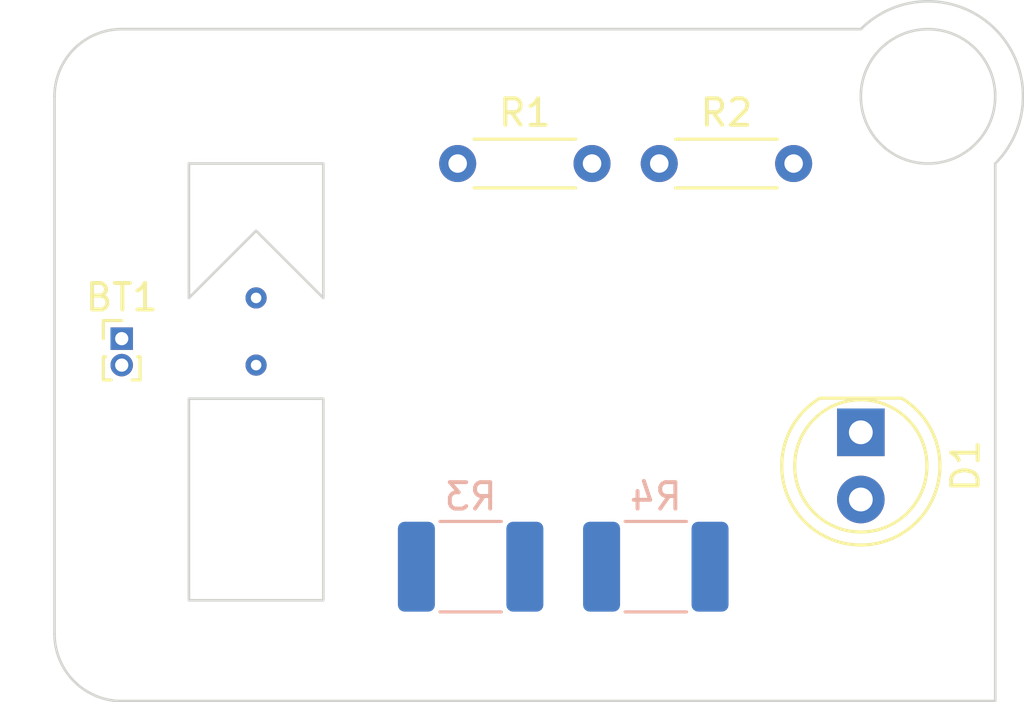
<source format=kicad_pcb>
(kicad_pcb (version 20221018) (generator pcbnew)
  (layers (0 "F.Cu" signal) (31 "B.Cu" signal) (34 "B.Paste" user) (35 "F.Paste" user) (36 "B.SilkS" user "B.Silkscreen") (37 "F.SilkS" user "F.Silkscreen") (38 "B.Mask" user) (39 "F.Mask" user) (44 "Edge.Cuts" user))
  (net 0 "")
  (net 1 "Net-(D1-K)")
  (net 2 "Net-(D1-A)")
  (net 3 "Net-(BT1-+)")
  (net 4 "Net-(R1-Pad2)")
  (net 5 "Net-(BT1--)")
  (net 6 "Net-(R3-Pad2)")
  (footprint "Resistor_THT:R_Axial_DIN0204_L3.6mm_D1.6mm_P5.08mm_Horizontal" (layer "F.Cu") (at 124.46 66.04)
    (fp_text reference "R2" (at 2.54 -1.92) (layer "F.SilkS"))
    (fp_text value "R")
    (fp_line (start 0.62 -0.92) (end 4.46 -0.92) (stroke (width 0.12)) (layer "F.SilkS"))
    (fp_line (start 0.62 0.92) (end 4.46 0.92) (stroke (width 0.12)) (layer "F.SilkS"))
    (pad "1" thru_hole circle (at 0 0) (size 1.4 1.4) (drill 0.7) (layers "*.Cu" "*.Mask") (net 4 "Net-(R1-Pad2)"))
    (pad "2" thru_hole oval (at 5.08 0) (size 1.4 1.4) (drill 0.7) (layers "*.Cu" "*.Mask") (net 2 "Net-(D1-A)"))
  )
  (footprint "LED_THT:LED_D5.0mm" (layer "F.Cu") (at 132.08 76.2 -90)
    (fp_text reference "D1" (at 1.27 -3.96 90) (layer "F.SilkS"))
    (fp_text value "LED")
    (fp_line (start -1.29 -1.545) (end -1.29 1.545) (stroke (width 0.12)) (layer "F.SilkS"))
    (fp_arc (start -1.29 -1.54483) (mid 2.072002 -2.880433) (end 4.26 0.000462) (stroke (width 0.12)) (layer "F.SilkS"))
    (fp_arc (start 4.26 -0.000462) (mid 2.072002 2.880433) (end -1.29 1.54483) (stroke (width 0.12)) (layer "F.SilkS"))
    (fp_circle (center 1.27 0) (end 3.77 0) (stroke (width 0.12)) (fill none) (layer "F.SilkS"))
    (pad "1" thru_hole rect (at 0 0 270) (size 1.8 1.8) (drill 0.9) (layers "*.Cu" "*.Mask") (net 1 "Net-(D1-K)"))
    (pad "2" thru_hole circle (at 2.54 0 270) (size 1.8 1.8) (drill 0.9) (layers "*.Cu" "*.Mask") (net 2 "Net-(D1-A)"))
  )
  (footprint "Resistor_THT:R_Axial_DIN0204_L3.6mm_D1.6mm_P5.08mm_Horizontal" (layer "F.Cu") (at 116.84 66.04)
    (fp_text reference "R1" (at 2.54 -1.92) (layer "F.SilkS"))
    (fp_text value "R")
    (fp_line (start 0.62 -0.92) (end 4.46 -0.92) (stroke (width 0.12)) (layer "F.SilkS"))
    (fp_line (start 0.62 0.92) (end 4.46 0.92) (stroke (width 0.12)) (layer "F.SilkS"))
    (pad "1" thru_hole circle (at 0 0) (size 1.4 1.4) (drill 0.7) (layers "*.Cu" "*.Mask") (net 3 "Net-(BT1-+)"))
    (pad "2" thru_hole oval (at 5.08 0) (size 1.4 1.4) (drill 0.7) (layers "*.Cu" "*.Mask") (net 4 "Net-(R1-Pad2)"))
  )
  (footprint "Connector_PinHeader_1.00mm:PinHeader_1x02_P1.00mm_Vertical" (layer "F.Cu") (at 104.14 72.66)
    (fp_text reference "BT1" (at 0 -1.56) (layer "F.SilkS"))
    (fp_text value "Battery_Cell")
    (fp_line (start -0.695 -0.685) (end 0 -0.685) (stroke (width 0.12)) (layer "F.SilkS"))
    (fp_line (start -0.695 0) (end -0.695 -0.685) (stroke (width 0.12)) (layer "F.SilkS"))
    (fp_line (start -0.695 0.685) (end -0.695 1.56) (stroke (width 0.12)) (layer "F.SilkS"))
    (fp_line (start -0.695 0.685) (end -0.608276 0.685) (stroke (width 0.12)) (layer "F.SilkS"))
    (fp_line (start -0.695 1.56) (end -0.394493 1.56) (stroke (width 0.12)) (layer "F.SilkS"))
    (fp_line (start 0.394493 1.56) (end 0.695 1.56) (stroke (width 0.12)) (layer "F.SilkS"))
    (fp_line (start 0.608276 0.685) (end 0.695 0.685) (stroke (width 0.12)) (layer "F.SilkS"))
    (fp_line (start 0.695 0.685) (end 0.695 1.56) (stroke (width 0.12)) (layer "F.SilkS"))
    (pad "1" thru_hole rect (at 0 0) (size 0.85 0.85) (drill 0.5) (layers "*.Cu" "*.Mask") (net 3 "Net-(BT1-+)"))
    (pad "2" thru_hole oval (at 0 1) (size 0.85 0.85) (drill 0.5) (layers "*.Cu" "*.Mask") (net 5 "Net-(BT1--)"))
  )
  (footprint "Capacitor_SMD:C_1812_4532Metric" (layer "B.Cu") (at 124.33 81.28 180)
    (fp_text reference "R4" (at 0 2.65) (layer "B.SilkS") (effects (justify mirror)))
    (fp_text value "R")
    (fp_line (start -1.161252 -1.71) (end 1.161252 -1.71) (stroke (width 0.12)) (layer "B.SilkS"))
    (fp_line (start -1.161252 1.71) (end 1.161252 1.71) (stroke (width 0.12)) (layer "B.SilkS"))
    (pad "1" smd roundrect (at -2.05 0 180) (size 1.4 3.4) (layers "B.Cu" "B.Paste" "B.Mask") (roundrect_rratio 0.178571) (net 6 "Net-(R3-Pad2)"))
    (pad "2" smd roundrect (at 2.05 0 180) (size 1.4 3.4) (layers "B.Cu" "B.Paste" "B.Mask") (roundrect_rratio 0.178571) (net 1 "Net-(D1-K)"))
  )
  (footprint "Capacitor_SMD:C_1812_4532Metric" (layer "B.Cu") (at 117.33 81.28 180)
    (fp_text reference "R3" (at 0 2.65) (layer "B.SilkS") (effects (justify mirror)))
    (fp_text value "R")
    (fp_line (start -1.161252 -1.71) (end 1.161252 -1.71) (stroke (width 0.12)) (layer "B.SilkS"))
    (fp_line (start -1.161252 1.71) (end 1.161252 1.71) (stroke (width 0.12)) (layer "B.SilkS"))
    (pad "1" smd roundrect (at -2.05 0 180) (size 1.4 3.4) (layers "B.Cu" "B.Paste" "B.Mask") (roundrect_rratio 0.178571) (net 5 "Net-(BT1--)"))
    (pad "2" smd roundrect (at 2.05 0 180) (size 1.4 3.4) (layers "B.Cu" "B.Paste" "B.Mask") (roundrect_rratio 0.178571) (net 6 "Net-(R3-Pad2)"))
  )
  (gr_line (start 101.6 63.5) (end 101.6 83.82) (stroke (width 0.1)) (layer "Edge.Cuts"))
  (gr_rect (start 106.68 74.93) (end 111.76 82.55) (stroke (width 0.1)) (fill none) (layer "Edge.Cuts"))
  (gr_poly (pts (xy 106.68 71.12) (xy 109.22 68.58) (xy 111.76 71.12) (xy 111.76 66.04) (xy 106.68 66.04)) (stroke (width 0.1)) (fill none) (layer "Edge.Cuts"))
  (gr_line (start 137.16 86.36) (end 137.16 66.04) (stroke (width 0.1)) (layer "Edge.Cuts"))
  (gr_line (start 104.14 86.36) (end 137.16 86.36) (stroke (width 0.1)) (layer "Edge.Cuts"))
  (gr_arc (start 132.08 60.96) (mid 137.16 60.96) (end 137.16 66.04) (stroke (width 0.1)) (layer "Edge.Cuts"))
  (gr_arc (start 104.14 86.36) (mid 102.343949 85.616051) (end 101.6 83.82) (stroke (width 0.1)) (layer "Edge.Cuts"))
  (gr_line (start 132.08 60.96) (end 104.14 60.96) (stroke (width 0.1)) (layer "Edge.Cuts"))
  (gr_circle (center 134.62 63.5) (end 134.62 66.04) (stroke (width 0.1)) (fill none) (layer "Edge.Cuts"))
  (gr_arc (start 101.6 63.5) (mid 102.343949 61.703949) (end 104.14 60.96) (stroke (width 0.1)) (layer "Edge.Cuts"))
  (via (at 109.22 73.66) (size 0.8) (drill 0.4) (layers "F.Cu" "B.Cu") (net 0))
  (via (at 109.22 71.12) (size 0.8) (drill 0.4) (layers "F.Cu" "B.Cu") (net 0))
)
</source>
